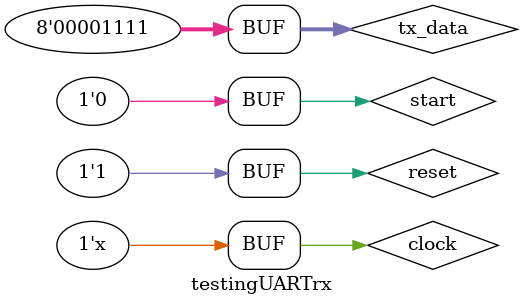
<source format=v>
`timescale 1us / 1ps

module testingUARTrx;
	// Inputs
	reg clock;
	reg reset;
	reg start;
	reg [7:0] tx_data;
	
	// Outputs
	wire [7:0] rx_data;
	wire data_line;
	wire collecting_data;
	wire rx_data_valid;
	wire tx_done;
	
	parameter cpd = 10'd50;
	parameter timer_cap = 10'd12;
	
	UART_rx uut(
			.clk(clock), 
			.resetn(~reset), 
			.cycles_per_databit(cpd), 
			.rx_line(data_line), 
			.rx_data(rx_data), 
			.collecting_data(collecting_data), 
			.rx_data_valid(rx_data_valid)
		);
	
	UART_tx santas_little_helper(
			.clk(clock), 
			.resetn(~reset), 
			.start(start), 
			.cycles_per_databit(cpd), 
			.tx_line(data_line), 
			.tx_data(tx_data), 
			.tx_done(tx_done)
		);
	
	always begin
		#1 clock = !clock;
	end

	initial begin
		// Initialize Inputs
		clock = 0;
		reset = 1;
		start = 1'b0;
		tx_data = 8'h00;

		// Wait 100 us for global reset to finish
		#100;
        
		// Add stimulus here
		#100 reset = 1'b0;
		#100 tx_data = 8'hF0;
		#110 start = 1'b1;
		#150 start = 1'b0;
		
		#600 tx_data = 8'hE1;
		#610 start = 1'b1;
		#650 start = 1'b0;
		
		#1100 tx_data = 8'hD2;
		#1110 start = 1'b1;
		#1150 start = 1'b0;
		
		#1600 tx_data = 8'hC3;
		#1610 start = 1'b1;
		#1650 start = 1'b0;
			
		#2100 tx_data = 8'hB4;
		#2110 start = 1'b1;
		#2150 start = 1'b0;
		
		#2600 tx_data = 8'hA5;
		#2610 start = 1'b1;
		#2650 start = 1'b0;
		
		#3100 tx_data = 8'h96;
		#3110 start = 1'b1;
		#3150 start = 1'b0;
		
		#3600 tx_data = 8'h87;
		#3610 start = 1'b1;
		#3650 start = 1'b0;
		
		#4100 tx_data = 8'h78;
		#4110 start = 1'b1;
		#4150 start = 1'b0;
			
		#4600 tx_data = 8'h69;
		#4610 start = 1'b1;
		#4650 start = 1'b0;
		
		#5100 tx_data = 8'h5A;
		#5110 start = 1'b1;
		#5150 start = 1'b0;
		
		#5600 tx_data = 8'h4B;
		#5610 start = 1'b1;
		#5650 start = 1'b0;
		
		#6100 tx_data = 8'h3C;
		#6110 start = 1'b1;
		#6150 start = 1'b0;
		
		#6600 tx_data = 8'h2D;
		#6610 start = 1'b1;
		#6650 start = 1'b0;
			
		#7100 tx_data = 8'h1E;
		#7110 start = 1'b1;
		#7150 start = 1'b0;
		
		#7600 tx_data = 8'h0F;
		#7610 start = 1'b1;
		#7650 start = 1'b0;
		#7655 reset = 1'b1;
	end
	
endmodule


</source>
